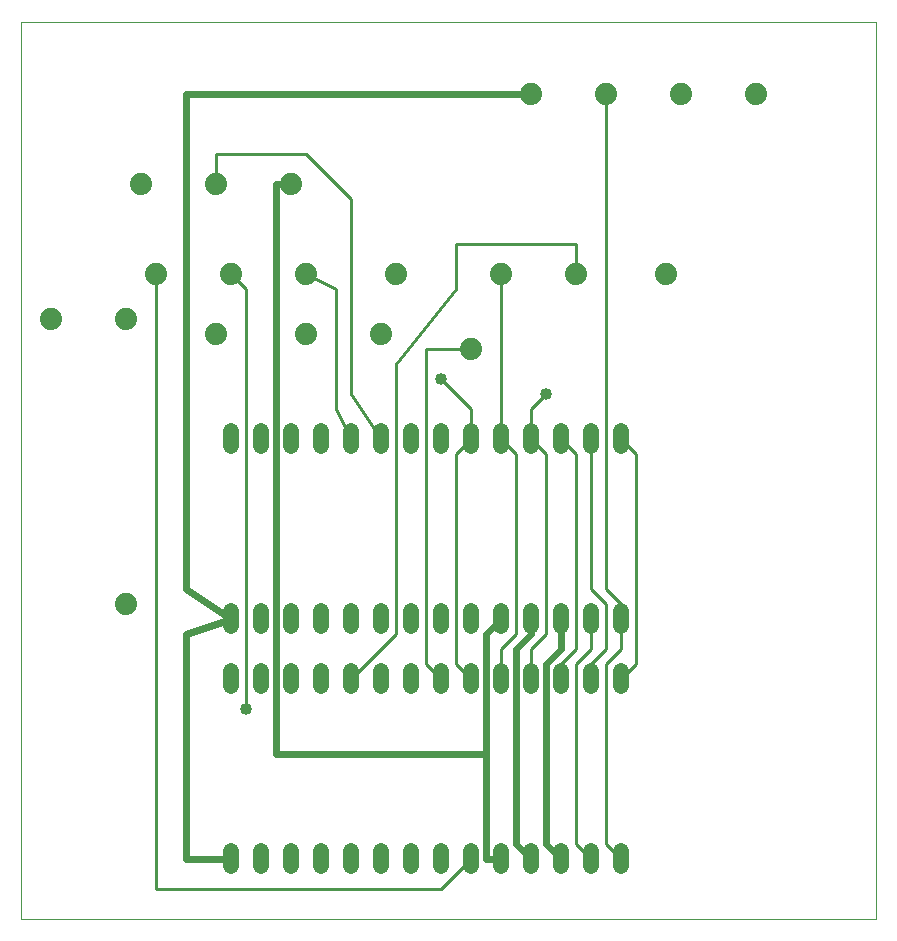
<source format=gtl>
G75*
G70*
%OFA0B0*%
%FSLAX24Y24*%
%IPPOS*%
%LPD*%
%AMOC8*
5,1,8,0,0,1.08239X$1,22.5*
%
%ADD10C,0.0000*%
%ADD11C,0.0520*%
%ADD12C,0.0740*%
%ADD13C,0.0100*%
%ADD14C,0.0400*%
%ADD15C,0.0240*%
D10*
X000100Y000100D02*
X000100Y029970D01*
X028592Y029970D01*
X028592Y000100D01*
X000100Y000100D01*
D11*
X007100Y001840D02*
X007100Y002360D01*
X008100Y002360D02*
X008100Y001840D01*
X009100Y001840D02*
X009100Y002360D01*
X010100Y002360D02*
X010100Y001840D01*
X011100Y001840D02*
X011100Y002360D01*
X012100Y002360D02*
X012100Y001840D01*
X013100Y001840D02*
X013100Y002360D01*
X014100Y002360D02*
X014100Y001840D01*
X015100Y001840D02*
X015100Y002360D01*
X016100Y002360D02*
X016100Y001840D01*
X017100Y001840D02*
X017100Y002360D01*
X018100Y002360D02*
X018100Y001840D01*
X019100Y001840D02*
X019100Y002360D01*
X020100Y002360D02*
X020100Y001840D01*
X020100Y007840D02*
X020100Y008360D01*
X019100Y008360D02*
X019100Y007840D01*
X018100Y007840D02*
X018100Y008360D01*
X017100Y008360D02*
X017100Y007840D01*
X016100Y007840D02*
X016100Y008360D01*
X015100Y008360D02*
X015100Y007840D01*
X014100Y007840D02*
X014100Y008360D01*
X013100Y008360D02*
X013100Y007840D01*
X012100Y007840D02*
X012100Y008360D01*
X011100Y008360D02*
X011100Y007840D01*
X010100Y007840D02*
X010100Y008360D01*
X009100Y008360D02*
X009100Y007840D01*
X008100Y007840D02*
X008100Y008360D01*
X007100Y008360D02*
X007100Y007840D01*
X007100Y009840D02*
X007100Y010360D01*
X008100Y010360D02*
X008100Y009840D01*
X009100Y009840D02*
X009100Y010360D01*
X010100Y010360D02*
X010100Y009840D01*
X011100Y009840D02*
X011100Y010360D01*
X012100Y010360D02*
X012100Y009840D01*
X013100Y009840D02*
X013100Y010360D01*
X014100Y010360D02*
X014100Y009840D01*
X015100Y009840D02*
X015100Y010360D01*
X016100Y010360D02*
X016100Y009840D01*
X017100Y009840D02*
X017100Y010360D01*
X018100Y010360D02*
X018100Y009840D01*
X019100Y009840D02*
X019100Y010360D01*
X020100Y010360D02*
X020100Y009840D01*
X020100Y015840D02*
X020100Y016360D01*
X019100Y016360D02*
X019100Y015840D01*
X018100Y015840D02*
X018100Y016360D01*
X017100Y016360D02*
X017100Y015840D01*
X016100Y015840D02*
X016100Y016360D01*
X015100Y016360D02*
X015100Y015840D01*
X014100Y015840D02*
X014100Y016360D01*
X013100Y016360D02*
X013100Y015840D01*
X012100Y015840D02*
X012100Y016360D01*
X011100Y016360D02*
X011100Y015840D01*
X010100Y015840D02*
X010100Y016360D01*
X009100Y016360D02*
X009100Y015840D01*
X008100Y015840D02*
X008100Y016360D01*
X007100Y016360D02*
X007100Y015840D01*
D12*
X006600Y019600D03*
X007100Y021600D03*
X004600Y021600D03*
X003600Y020100D03*
X001100Y020100D03*
X004100Y024600D03*
X006600Y024600D03*
X009100Y024600D03*
X009600Y021600D03*
X009600Y019600D03*
X012100Y019600D03*
X012600Y021600D03*
X015100Y019100D03*
X016100Y021600D03*
X018600Y021600D03*
X021600Y021600D03*
X022100Y027600D03*
X024600Y027600D03*
X019600Y027600D03*
X017100Y027600D03*
X003600Y010600D03*
D13*
X007600Y007100D02*
X007600Y021100D01*
X007100Y021600D01*
X004600Y021600D02*
X004600Y001100D01*
X014100Y001100D01*
X015100Y002100D01*
X018600Y002600D02*
X018600Y008600D01*
X019100Y009100D01*
X019100Y010100D01*
X019600Y010600D02*
X019100Y011100D01*
X019100Y016100D01*
X018600Y015600D02*
X018100Y016100D01*
X017600Y015600D02*
X017100Y016100D01*
X017100Y017100D01*
X017600Y017600D01*
X016100Y016100D02*
X016100Y021600D01*
X014600Y021100D02*
X014600Y022600D01*
X018600Y022600D01*
X018600Y021600D01*
X015100Y019100D02*
X013600Y019100D01*
X013600Y008600D01*
X014100Y008100D01*
X014600Y008600D02*
X014600Y015600D01*
X015100Y016100D01*
X015100Y017100D01*
X014100Y018100D01*
X012600Y018600D02*
X012600Y009600D01*
X011100Y008100D01*
X014600Y008600D02*
X015100Y008100D01*
X016100Y008100D02*
X016100Y009100D01*
X016600Y009600D01*
X016600Y015600D01*
X016100Y016100D01*
X017600Y015600D02*
X017600Y009600D01*
X017100Y009100D01*
X017100Y008100D01*
X018100Y008100D02*
X018100Y008600D01*
X018600Y009100D01*
X018600Y015600D01*
X020100Y016100D02*
X020600Y015600D01*
X020600Y008600D01*
X020100Y008100D01*
X019600Y008600D02*
X020100Y009100D01*
X020100Y010100D01*
X020100Y010600D01*
X019600Y011100D01*
X019600Y027600D01*
X014600Y021100D02*
X012600Y018600D01*
X011100Y017600D02*
X011100Y024100D01*
X009600Y025600D01*
X006600Y025600D01*
X006600Y024600D01*
X009600Y021600D02*
X010600Y021100D01*
X010600Y017100D01*
X011100Y016100D01*
X012100Y016100D02*
X011100Y017600D01*
X019600Y010600D02*
X019600Y009100D01*
X019100Y008600D01*
X019100Y008100D01*
X019600Y008600D02*
X019600Y002600D01*
X020100Y002100D01*
X019100Y002100D02*
X018600Y002600D01*
D14*
X007600Y007100D03*
X017600Y017600D03*
X014100Y018100D03*
D15*
X009100Y024600D02*
X008600Y024600D01*
X008600Y005600D01*
X015600Y005600D01*
X015600Y002100D01*
X016100Y002100D01*
X016600Y002600D02*
X016600Y009100D01*
X017100Y009600D01*
X017100Y010100D01*
X016100Y010100D02*
X015600Y009600D01*
X015600Y005600D01*
X016600Y002600D02*
X017100Y002100D01*
X017600Y002600D02*
X017600Y008600D01*
X018100Y009100D01*
X018100Y010100D01*
X017600Y002600D02*
X018100Y002100D01*
X007100Y002100D02*
X005600Y002100D01*
X005600Y009600D01*
X007100Y010100D01*
X005600Y011100D01*
X005600Y027600D01*
X017100Y027600D01*
M02*

</source>
